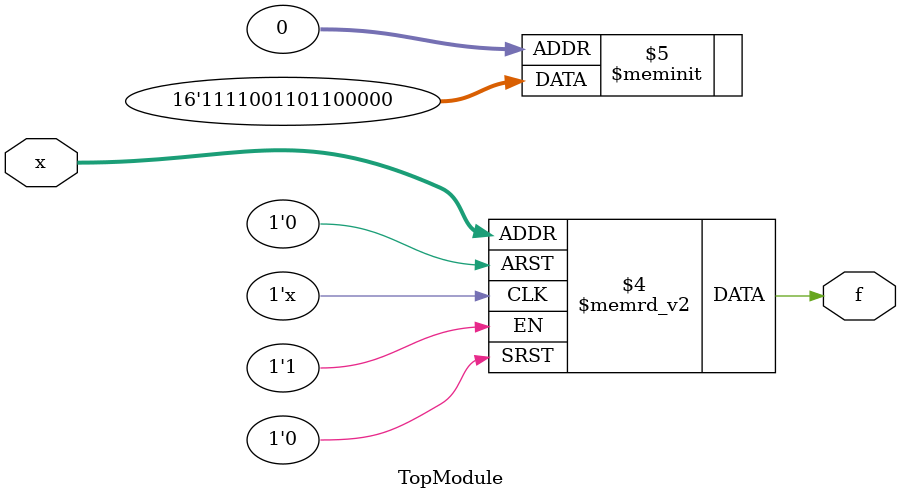
<source format=sv>
module TopModule(
    input logic [3:0] x,
    output logic f
);

    always @(*) begin
        case (x)
            4'b0000: f = 1'b0; // d
            4'b0001: f = 1'b0;
            4'b0010: f = 1'b0; // d
            4'b0011: f = 1'b0; // d
            4'b0100: f = 1'b0;
            4'b0101: f = 1'b1; // d
            4'b0110: f = 1'b1;
            4'b0111: f = 1'b0;
            4'b1000: f = 1'b1;
            4'b1001: f = 1'b1;
            4'b1010: f = 1'b0;
            4'b1011: f = 1'b0; // d
            4'b1100: f = 1'b1;
            4'b1101: f = 1'b1;
            4'b1110: f = 1'b1; // d
            4'b1111: f = 1'b1; // d
            default: f = 1'b0; // Default case for safety
        endcase
    end

endmodule
</source>
